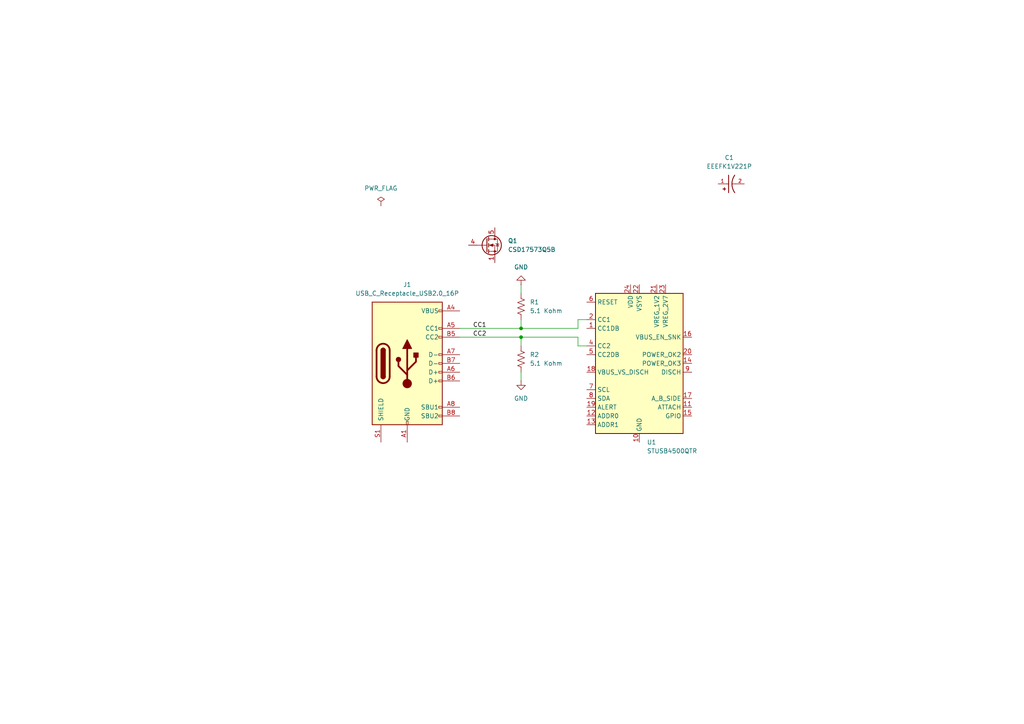
<source format=kicad_sch>
(kicad_sch (version 20231120) (generator "eeschema") (generator_version "8.0")
  (paper "A4")
  (lib_symbols
    (symbol "Connector:USB_C_Receptacle_USB2.0_16P" (pin_names (offset 1.016))
      (property "Reference" "J" (at 0 22.225 0))
      (property "Value" "USB_C_Receptacle_USB2.0_16P" (at 0 19.685 0))
      (symbol "USB_C_Receptacle_USB2.0_16P_0_0"
        (rectangle (start -0.254 -17.78) (end 0.254 -16.764))
        (rectangle (start 10.16 -14.986) (end 9.144 -15.494))
        (rectangle (start 10.16 -12.446) (end 9.144 -12.954))
        (rectangle (start 10.16 -4.826) (end 9.144 -5.334))
        (rectangle (start 10.16 -2.286) (end 9.144 -2.794))
        (rectangle (start 10.16 0.254) (end 9.144 -0.254))
        (rectangle (start 10.16 2.794) (end 9.144 2.286))
        (rectangle (start 10.16 7.874) (end 9.144 7.366))
        (rectangle (start 10.16 10.414) (end 9.144 9.906))
        (rectangle (start 10.16 15.494) (end 9.144 14.986))
      )
      (symbol "USB_C_Receptacle_USB2.0_16P_0_1"
        (rectangle (start -10.16 17.78) (end 10.16 -17.78) (stroke (width 0.254)) (fill (type background)))
        (arc (start -8.89 -3.81) (mid -6.985 -5.7067) (end -5.08 -3.81) (stroke (width 0.508)))
        (arc (start -7.62 -3.81) (mid -6.985 -4.4423) (end -6.35 -3.81) (stroke (width 0.254)))
        (arc (start -7.62 -3.81) (mid -6.985 -4.4423) (end -6.35 -3.81) (stroke (width 0.254)) (fill (type outline)))
        (rectangle (start -7.62 -3.81) (end -6.35 3.81) (stroke (width 0.254)) (fill (type outline)))
        (arc (start -6.35 3.81) (mid -6.985 4.4423) (end -7.62 3.81) (stroke (width 0.254)))
        (arc (start -6.35 3.81) (mid -6.985 4.4423) (end -7.62 3.81) (stroke (width 0.254)) (fill (type outline)))
        (arc (start -5.08 3.81) (mid -6.985 5.7067) (end -8.89 3.81) (stroke (width 0.508)))
        (circle (center -2.54 1.143) (radius 0.635) (stroke (width 0.254)) (fill (type outline)))
        (circle (center 0 -5.842) (radius 1.27) (fill (type outline)))
        (polyline (pts (xy -8.89 -3.81) (xy -8.89 3.81)) (stroke (width 0.508)))
        (polyline (pts (xy -5.08 3.81) (xy -5.08 -3.81)) (stroke (width 0.508)))
        (polyline (pts (xy 0 -5.842) (xy 0 4.318)) (stroke (width 0.508)))
        (polyline (pts (xy 0 -3.302) (xy -2.54 -0.762) (xy -2.54 0.508)) (stroke (width 0.508)))
        (polyline (pts (xy 0 -2.032) (xy 2.54 0.508) (xy 2.54 1.778)) (stroke (width 0.508)))
        (polyline (pts (xy -1.27 4.318) (xy 0 6.858) (xy 1.27 4.318) (xy -1.27 4.318)) (stroke (width 0.254)) (fill (type outline)))
        (rectangle (start 1.905 1.778) (end 3.175 3.048) (stroke (width 0.254)) (fill (type outline)))
      )
      (symbol "USB_C_Receptacle_USB2.0_16P_1_1"
        (pin passive line (at 0 -22.86 90) (length 5.08) (name "GND") (number "A1"))
        (pin passive line (at 0 -22.86 90) (length 5.08) hide (name "GND") (number "A12"))
        (pin passive line (at 15.24 15.24 180) (length 5.08) (name "VBUS") (number "A4"))
        (pin bidirectional line (at 15.24 10.16 180) (length 5.08) (name "CC1") (number "A5"))
        (pin bidirectional line (at 15.24 -2.54 180) (length 5.08) (name "D+") (number "A6"))
        (pin bidirectional line (at 15.24 2.54 180) (length 5.08) (name "D-") (number "A7"))
        (pin bidirectional line (at 15.24 -12.7 180) (length 5.08) (name "SBU1") (number "A8"))
        (pin passive line (at 15.24 15.24 180) (length 5.08) hide (name "VBUS") (number "A9"))
        (pin passive line (at 0 -22.86 90) (length 5.08) hide (name "GND") (number "B1"))
        (pin passive line (at 0 -22.86 90) (length 5.08) hide (name "GND") (number "B12"))
        (pin passive line (at 15.24 15.24 180) (length 5.08) hide (name "VBUS") (number "B4"))
        (pin bidirectional line (at 15.24 7.62 180) (length 5.08) (name "CC2") (number "B5"))
        (pin bidirectional line (at 15.24 -5.08 180) (length 5.08) (name "D+") (number "B6"))
        (pin bidirectional line (at 15.24 0 180) (length 5.08) (name "D-") (number "B7"))
        (pin bidirectional line (at 15.24 -15.24 180) (length 5.08) (name "SBU2") (number "B8"))
        (pin passive line (at 15.24 15.24 180) (length 5.08) hide (name "VBUS") (number "B9"))
        (pin passive line (at -7.62 -22.86 90) (length 5.08) (name "SHIELD") (number "S1"))
      )
    )
    (symbol "Device:R_US" (pin_numbers hide) (pin_names (offset 0))
      (property "Reference" "R" (at 2.54 0 90))
      (property "Value" "R_US" (at -2.54 0 90))
      (symbol "R_US_0_1"
        (polyline (pts (xy 0 -2.286) (xy 0 -2.54)))
        (polyline (pts (xy 0 2.286) (xy 0 2.54)))
        (polyline (pts (xy 0 -0.762) (xy 1.016 -1.143) (xy 0 -1.524) (xy -1.016 -1.905) (xy 0 -2.286)))
        (polyline (pts (xy 0 0.762) (xy 1.016 0.381) (xy 0 0) (xy -1.016 -0.381) (xy 0 -0.762)))
        (polyline (pts (xy 0 2.286) (xy 1.016 1.905) (xy 0 1.524) (xy -1.016 1.143) (xy 0 0.762)))
      )
      (symbol "R_US_1_1"
        (pin passive line (at 0 3.81 270) (length 1.27) (name "~") (number "1"))
        (pin passive line (at 0 -3.81 90) (length 1.27) (name "~") (number "2"))
      )
    )
    (symbol "EEEFK1V221P:EEEFK1V221P" (pin_names (offset 1.016))
      (property "Reference" "C" (at -2.54 3.81 0))
      (property "Value" "EEEFK1V221P" (at -2.54 -5.08 0))
      (symbol "EEEFK1V221P_0_0"
        (rectangle (start -1.173 -1.532) (end -0.284 -1.405) (stroke (width 0.1)) (fill (type outline)))
        (rectangle (start -0.792 -1.913) (end -0.665 -1.024) (stroke (width 0.1)) (fill (type outline)))
        (polyline (pts (xy 0 0) (xy 0.508 0)) (stroke (width 0.1524)))
        (polyline (pts (xy 0.508 0) (xy 0.508 -2.54)) (stroke (width 0.254)))
        (polyline (pts (xy 0.508 2.54) (xy 0.508 0)) (stroke (width 0.254)))
        (polyline (pts (xy 2.54 0) (xy 1.524 0)) (stroke (width 0.1524)))
        (arc (start 2.286 2.54) (mid 1.4851 0) (end 2.286 -2.54) (stroke (width 0.254)))
        (pin passive line (at -2.54 0 0) (length 2.54) (name "~") (number "1"))
        (pin passive line (at 5.08 0 180) (length 2.54) (name "~") (number "2"))
      )
    )
    (symbol "Interface_USB:STUSB4500QTR"
      (property "Reference" "U" (at -12.7 21.59 0))
      (property "Value" "STUSB4500QTR" (at 8.89 -21.59 0))
      (symbol "STUSB4500QTR_0_1"
        (rectangle (start -12.7 20.32) (end 12.7 -20.32) (stroke (width 0.254)) (fill (type background)))
      )
      (symbol "STUSB4500QTR_1_1"
        (pin bidirectional line (at -15.24 10.16 0) (length 2.54) (name "CC1DB") (number "1"))
        (pin power_in line (at 0 -22.86 90) (length 2.54) (name "GND") (number "10"))
        (pin open_collector line (at 15.24 -12.7 180) (length 2.54) (name "ATTACH") (number "11"))
        (pin input line (at -15.24 -15.24 0) (length 2.54) (name "ADDR0") (number "12"))
        (pin input line (at -15.24 -17.78 0) (length 2.54) (name "ADDR1") (number "13"))
        (pin open_collector line (at 15.24 0 180) (length 2.54) (name "POWER_OK3") (number "14"))
        (pin open_collector line (at 15.24 -15.24 180) (length 2.54) (name "GPIO") (number "15"))
        (pin open_collector line (at 15.24 7.62 180) (length 2.54) (name "VBUS_EN_SNK") (number "16"))
        (pin open_collector line (at 15.24 -10.16 180) (length 2.54) (name "A_B_SIDE") (number "17"))
        (pin input line (at -15.24 -2.54 0) (length 2.54) (name "VBUS_VS_DISCH") (number "18"))
        (pin open_collector line (at -15.24 -12.7 0) (length 2.54) (name "ALERT") (number "19"))
        (pin bidirectional line (at -15.24 12.7 0) (length 2.54) (name "CC1") (number "2"))
        (pin open_collector line (at 15.24 2.54 180) (length 2.54) (name "POWER_OK2") (number "20"))
        (pin power_out line (at 5.08 22.86 270) (length 2.54) (name "VREG_1V2") (number "21"))
        (pin power_in line (at 0 22.86 270) (length 2.54) (name "VSYS") (number "22"))
        (pin power_out line (at 7.62 22.86 270) (length 2.54) (name "VREG_2V7") (number "23"))
        (pin power_in line (at -2.54 22.86 270) (length 2.54) (name "VDD") (number "24"))
        (pin passive line (at 0 -22.86 90) (length 2.54) hide (name "GND") (number "25"))
        (pin no_connect line (at -12.7 15.24 0) (length 2.54) hide (name "NC") (number "3"))
        (pin bidirectional line (at -15.24 5.08 0) (length 2.54) (name "CC2") (number "4"))
        (pin bidirectional line (at -15.24 2.54 0) (length 2.54) (name "CC2DB") (number "5"))
        (pin input line (at -15.24 17.78 0) (length 2.54) (name "RESET") (number "6"))
        (pin input line (at -15.24 -7.62 0) (length 2.54) (name "SCL") (number "7"))
        (pin bidirectional line (at -15.24 -10.16 0) (length 2.54) (name "SDA") (number "8"))
        (pin bidirectional line (at 15.24 -2.54 180) (length 2.54) (name "DISCH") (number "9"))
      )
    )
    (symbol "Transistor_FET:CSD17573Q5B" (pin_names hide)
      (property "Reference" "Q" (at 5.08 1.905 0))
      (property "Value" "CSD17573Q5B" (at 5.08 0 0))
      (symbol "CSD17573Q5B_0_1"
        (polyline (pts (xy 0.254 0) (xy -2.54 0)))
        (polyline (pts (xy 0.254 1.905) (xy 0.254 -1.905)) (stroke (width 0.254)))
        (polyline (pts (xy 0.762 -1.27) (xy 0.762 -2.286)) (stroke (width 0.254)))
        (polyline (pts (xy 0.762 0.508) (xy 0.762 -0.508)) (stroke (width 0.254)))
        (polyline (pts (xy 0.762 2.286) (xy 0.762 1.27)) (stroke (width 0.254)))
        (polyline (pts (xy 2.54 2.54) (xy 2.54 1.778)))
        (polyline (pts (xy 2.54 -2.54) (xy 2.54 0) (xy 0.762 0)))
        (polyline (pts (xy 0.762 -1.778) (xy 3.302 -1.778) (xy 3.302 1.778) (xy 0.762 1.778)))
        (polyline (pts (xy 1.016 0) (xy 2.032 0.381) (xy 2.032 -0.381) (xy 1.016 0)) (fill (type outline)))
        (polyline (pts (xy 2.794 0.508) (xy 2.921 0.381) (xy 3.683 0.381) (xy 3.81 0.254)))
        (polyline (pts (xy 3.302 0.381) (xy 2.921 -0.254) (xy 3.683 -0.254) (xy 3.302 0.381)))
        (circle (center 1.651 0) (radius 2.794) (stroke (width 0.254)))
        (circle (center 2.54 -1.778) (radius 0.254) (fill (type outline)))
        (circle (center 2.54 1.778) (radius 0.254) (fill (type outline)))
      )
      (symbol "CSD17573Q5B_1_1"
        (pin passive line (at 2.54 -5.08 90) (length 2.54) (name "S") (number "1"))
        (pin passive line (at 2.54 -5.08 90) (length 2.54) hide (name "S") (number "2"))
        (pin passive line (at 2.54 -5.08 90) (length 2.54) hide (name "S") (number "3"))
        (pin passive line (at -5.08 0 0) (length 2.54) (name "G") (number "4"))
        (pin passive line (at 2.54 5.08 270) (length 2.54) (name "D") (number "5"))
      )
    )
    (symbol "power:GND" (power) (pin_numbers hide) (pin_names (offset 0) hide)
      (property "Value" "GND" (at 0 -3.81 0))
      (symbol "GND_0_1"
        (polyline (pts (xy 0 0) (xy 0 -1.27) (xy 1.27 -1.27) (xy 0 -2.54) (xy -1.27 -1.27) (xy 0 -1.27)))
      )
      (symbol "GND_1_1"
        (pin power_in line (at 0 0 270) (length 0) (name "~") (number "1"))
      )
    )
    (symbol "power:PWR_FLAG" (power) (pin_numbers hide) (pin_names (offset 0) hide)
      (property "Value" "PWR_FLAG" (at 0 3.81 0))
      (symbol "PWR_FLAG_0_0"
        (pin power_out line (at 0 0 90) (length 0) (name "~") (number "1"))
      )
      (symbol "PWR_FLAG_0_1"
        (polyline (pts (xy 0 0) (xy 0 1.27) (xy -1.016 1.905) (xy 0 2.54) (xy 1.016 1.905) (xy 0 1.27)))
      )
    )
  )
  (junction (at 151.13 97.79))
  (junction (at 151.13 95.25))
  (wire (pts (xy 167.64 97.79) (xy 167.64 100.33)))
  (wire (pts (xy 167.64 100.33) (xy 170.18 100.33)))
  (wire (pts (xy 133.35 95.25) (xy 151.13 95.25)))
  (wire (pts (xy 151.13 92.71) (xy 151.13 95.25)))
  (wire (pts (xy 167.64 95.25) (xy 167.64 92.71)))
  (wire (pts (xy 151.13 95.25) (xy 167.64 95.25)))
  (wire (pts (xy 151.13 107.95) (xy 151.13 110.49)))
  (wire (pts (xy 167.64 92.71) (xy 170.18 92.71)))
  (wire (pts (xy 151.13 82.55) (xy 151.13 85.09)))
  (wire (pts (xy 133.35 97.79) (xy 151.13 97.79)))
  (wire (pts (xy 151.13 97.79) (xy 151.13 100.33)))
  (wire (pts (xy 151.13 97.79) (xy 167.64 97.79)))
  (label "CC1" (at 137.16 95.25 0))
  (label "CC2" (at 137.16 97.79 0))
  (symbol (lib_id "power:GND") (at 151.13 82.55 180) (unit 1)
    (property "Reference" "#PWR01" (effects (hide yes)))
    (property "Value" "GND" (at 151.13 77.47 0))
    (property "Description" "Power symbol creates a global label with name \"GND\" , ground" (effects (hide yes)))
  )
  (symbol (lib_id "EEEFK1V221P:EEEFK1V221P") (at 210.82 53.34 0) (unit 1)
    (property "Reference" "C1" (at 211.5166 45.72 0))
    (property "Value" "EEEFK1V221P" (at 211.5166 48.26 0))
    (property "Footprint" "EEEFK1V221P:CAP_EEEFK1V221P" (effects (hide yes)))
    (property "MF" "Panasonic Electronic" (effects (hide yes)))
    (property "MAXIMUM_PACKAGE_HEIGHT" "10.2mm" (effects (hide yes)))
    (property "Package" "RADIAL-2 Panasonic" (effects (hide yes)))
    (property "Price" "None" (effects (hide yes)))
    (property "Check_prices" "https://www.snapeda.com/parts/EEE-FK1V221P/Panasonic/view-part/?ref=eda" (effects (hide yes)))
    (property "STANDARD" "Manufacturer Recommendations" (effects (hide yes)))
    (property "PARTREV" "10-Oct-19" (effects (hide yes)))
    (property "SnapEDA_Link" "https://www.snapeda.com/parts/EEE-FK1V221P/Panasonic/view-part/?ref=snap" (effects (hide yes)))
    (property "MP" "EEE-FK1V221P" (effects (hide yes)))
    (property "Description_1" "\n                        \n                            220µF 35V Aluminum Electrolytic Capacitors Radial, Can - SMD 2000 Hrs @ 105°C\n                        \n" (effects (hide yes)))
    (property "Availability" "In Stock" (effects (hide yes)))
    (property "MANUFACTURER" "Panasonic" (effects (hide yes)))
  )
  (symbol (lib_id "Device:R_US") (at 151.13 104.14 180) (unit 1)
    (property "Reference" "R2" (at 153.67 102.8699 0) (effects (justify right)))
    (property "Value" "5.1 Kohm" (at 153.67 105.4099 0) (effects (justify right)))
    (property "Footprint" "Resistor_SMD:R_0603_1608Metric" (effects (hide yes)))
    (property "Description" "Resistor, US symbol" (effects (hide yes)))
  )
  (symbol (lib_id "power:GND") (at 151.13 110.49 0) (unit 1)
    (property "Reference" "#PWR02" (effects (hide yes)))
    (property "Value" "GND" (at 151.13 115.57 0))
    (property "Description" "Power symbol creates a global label with name \"GND\" , ground" (effects (hide yes)))
  )
  (symbol (lib_id "Transistor_FET:CSD17573Q5B") (at 140.97 71.12 0) (unit 1)
    (property "Reference" "Q1" (at 147.32 69.8499 0) (effects (justify left)))
    (property "Value" "CSD17573Q5B" (at 147.32 72.3899 0) (effects (justify left)))
    (property "Footprint" "Package_TO_SOT_SMD:TDSON-8-1" (effects (hide yes)))
    (property "Datasheet" "http://www.ti.com/lit/gpn/csd17573q5b" (effects (hide yes)))
    (property "Description" "100A Id, 30V Vds, NexFET N-Channel Power MOSFET, 1mOhm Ron, 49nC Qg(typ), SON8 5x6mm" (effects (hide yes)))
  )
  (symbol (lib_id "Connector:USB_C_Receptacle_USB2.0_16P") (at 118.11 105.41 0) (unit 1)
    (property "Reference" "J1" (at 118.11 82.55 0))
    (property "Value" "USB_C_Receptacle_USB2.0_16P" (at 118.11 85.09 0))
    (property "Datasheet" "https://www.usb.org/sites/default/files/documents/usb_type-c.zip" (effects (hide yes)))
    (property "Description" "USB 2.0-only 16P Type-C Receptacle connector" (effects (hide yes)))
  )
  (symbol (lib_id "Device:R_US") (at 151.13 88.9 180) (unit 1)
    (property "Reference" "R1" (at 153.67 87.6299 0) (effects (justify right)))
    (property "Value" "5.1 Kohm" (at 153.67 90.1699 0) (effects (justify right)))
    (property "Footprint" "Resistor_SMD:R_0603_1608Metric" (effects (hide yes)))
    (property "Description" "Resistor, US symbol" (effects (hide yes)))
  )
  (symbol (lib_id "Interface_USB:STUSB4500QTR") (at 185.42 105.41 0) (unit 1)
    (property "Reference" "U1" (at 187.6141 128.27 0) (effects (justify left)))
    (property "Value" "STUSB4500QTR" (at 187.6141 130.81 0) (effects (justify left)))
    (property "Footprint" "Package_DFN_QFN:QFN-24-1EP_4x4mm_P0.5mm_EP2.7x2.7mm" (effects (hide yes)))
    (property "Datasheet" "https://www.st.com/resource/en/datasheet/stusb4500.pdf" (effects (hide yes)))
    (property "Description" "Stand-alone USB PD controller (with sink Auto-run mode), QFN-24" (effects (hide yes)))
  )
  (symbol (lib_id "power:PWR_FLAG") (at 110.49 59.69 0) (unit 1)
    (property "Reference" "#FLG01" (effects (hide yes)))
    (property "Value" "PWR_FLAG" (at 110.49 54.61 0))
    (property "Description" "Special symbol for telling ERC where power comes from" (effects (hide yes)))
  )
)
</source>
